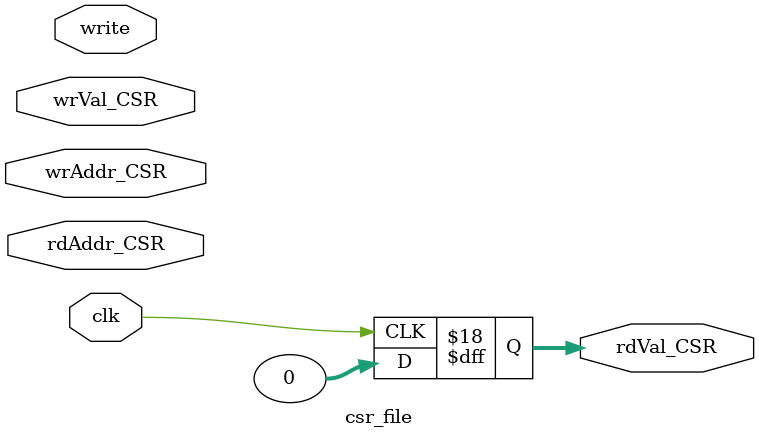
<source format=v>
/*
	Authored 2018-2019, Ryan Voo.

	All rights reserved.
	Redistribution and use in source and binary forms, with or without
	modification, are permitted provided that the following conditions
	are met:

	*	Redistributions of source code must retain the above
		copyright notice, this list of conditions and the following
		disclaimer.

	*	Redistributions in binary form must reproduce the above
		copyright notice, this list of conditions and the following
		disclaimer in the documentation and/or other materials
		provided with the distribution.

	*	Neither the name of the author nor the names of its
		contributors may be used to endorse or promote products
		derived from this software without specific prior written
		permission.

	THIS SOFTWARE IS PROVIDED BY THE COPYRIGHT HOLDERS AND CONTRIBUTORS
	"AS IS" AND ANY EXPRESS OR IMPLIED WARRANTIES, INCLUDING, BUT NOT
	LIMITED TO, THE IMPLIED WARRANTIES OF MERCHANTABILITY AND FITNESS
	FOR A PARTICULAR PURPOSE ARE DISCLAIMED. IN NO EVENT SHALL THE
	COPYRIGHT OWNER OR CONTRIBUTORS BE LIABLE FOR ANY DIRECT, INDIRECT,
	INCIDENTAL, SPECIAL, EXEMPLARY, OR CONSEQUENTIAL DAMAGES (INCLUDING,
	BUT NOT LIMITED TO, PROCUREMENT OF SUBSTITUTE GOODS OR SERVICES;
	LOSS OF USE, DATA, OR PROFITS; OR BUSINESS INTERRUPTION) HOWEVER
	CAUSED AND ON ANY THEORY OF LIABILITY, WHETHER IN CONTRACT, STRICT
	LIABILITY, OR TORT (INCLUDING NEGLIGENCE OR OTHERWISE) ARISING IN
	ANY WAY OUT OF THE USE OF THIS SOFTWARE, EVEN IF ADVISED OF THE
	POSSIBILITY OF SUCH DAMAGE.
*/



/*
 *	Description:
 *
 *		This module implements the control and status registers (CSRs).
 */



module csr_file (clk, write, wrAddr_CSR, wrVal_CSR, rdAddr_CSR, rdVal_CSR);
	input clk;
	input write;
	input [11:0] wrAddr_CSR;
	input [31:0] wrVal_CSR;
	input [11:0] rdAddr_CSR;
	output reg[31:0] rdVal_CSR;

	reg [31:0] csr_file [0:2**10-1];

	always @(posedge clk) begin
		if (write) begin
			csr_file[wrAddr_CSR] <= wrVal_CSR;
		end
		rdVal_CSR <= 32'b0; //csr_file[rdAddr_CSR];
	end

endmodule

</source>
